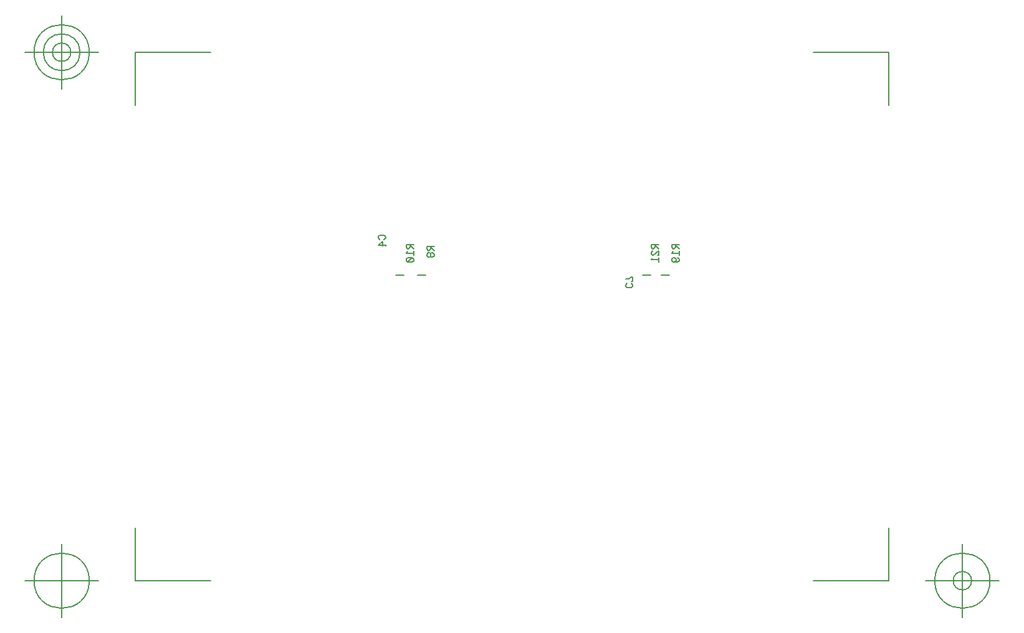
<source format=gbr>
G04 Generated by Ultiboard 13.0 *
%FSLAX25Y25*%
%MOIN*%

%ADD10C,0.00001*%
%ADD11C,0.00612*%
%ADD12C,0.00787*%
%ADD13C,0.00500*%


G04 ColorRGB FF14FF for the following layer *
%LNSilkscreen Bottom*%
%LPD*%
G54D10*
G54D11*
X147331Y178608D02*
X143394Y178608D01*
X143394Y177040D01*
X144181Y176256D01*
X144575Y176256D01*
X145362Y177040D01*
X145362Y178608D01*
X145362Y178216D02*
X147331Y176256D01*
X144181Y174689D02*
X143394Y173905D01*
X147331Y173905D01*
X147331Y175080D02*
X147331Y172729D01*
X144181Y171553D02*
X143394Y170769D01*
X143394Y169985D01*
X144181Y169201D01*
X146543Y169201D01*
X147331Y169985D01*
X147331Y170769D01*
X146543Y171553D01*
X144181Y171553D01*
X144181Y169201D02*
X146543Y171553D01*
X158331Y177608D02*
X154394Y177608D01*
X154394Y176040D01*
X155181Y175256D01*
X155575Y175256D01*
X156362Y176040D01*
X156362Y177608D01*
X156362Y177216D02*
X158331Y175256D01*
X158331Y172513D02*
X158331Y173297D01*
X157543Y174080D01*
X156756Y174080D01*
X156362Y173689D01*
X155969Y174080D01*
X155181Y174080D01*
X154394Y173297D01*
X154394Y172513D01*
X155181Y171729D01*
X155969Y171729D01*
X156362Y172121D01*
X156756Y171729D01*
X157543Y171729D01*
X158331Y172513D01*
X156362Y173689D02*
X156362Y172121D01*
X261457Y157744D02*
X260669Y156960D01*
X260669Y156176D01*
X261457Y155392D01*
X263819Y155392D01*
X264606Y156176D01*
X264606Y156960D01*
X263819Y157744D01*
X260669Y160095D02*
X262638Y160095D01*
X263819Y161271D01*
X264606Y161271D01*
X264606Y158920D01*
X263819Y158920D01*
X131543Y181256D02*
X132331Y182040D01*
X132331Y182824D01*
X131543Y183608D01*
X129181Y183608D01*
X128394Y182824D01*
X128394Y182040D01*
X129181Y181256D01*
X130756Y177729D02*
X130756Y180080D01*
X128394Y178121D01*
X132331Y178121D01*
X132331Y178513D02*
X132331Y177729D01*
X278331Y178608D02*
X274394Y178608D01*
X274394Y177040D01*
X275181Y176256D01*
X275575Y176256D01*
X276362Y177040D01*
X276362Y178608D01*
X276362Y178216D02*
X278331Y176256D01*
X275181Y175080D02*
X274394Y174297D01*
X274394Y173513D01*
X275181Y172729D01*
X275575Y172729D01*
X278331Y175080D01*
X278331Y172729D01*
X277937Y172729D01*
X275181Y171161D02*
X274394Y170377D01*
X278331Y170377D01*
X278331Y171553D02*
X278331Y169201D01*
X289331Y178608D02*
X285394Y178608D01*
X285394Y177040D01*
X286181Y176256D01*
X286575Y176256D01*
X287362Y177040D01*
X287362Y178608D01*
X287362Y178216D02*
X289331Y176256D01*
X286181Y174689D02*
X285394Y173905D01*
X289331Y173905D01*
X289331Y175080D02*
X289331Y172729D01*
X288543Y171553D02*
X289331Y170769D01*
X289331Y169985D01*
X288543Y169201D01*
X286969Y169201D01*
X286181Y169201D01*
X285394Y169985D01*
X285394Y170769D01*
X286181Y171553D01*
X286969Y171553D01*
X287756Y170769D01*
X287756Y169985D01*
X286969Y169201D01*
G54D12*
X137835Y162000D02*
X142165Y162000D01*
X137835Y162000D02*
X142165Y162000D01*
X153665Y162000D02*
X149335Y162000D01*
X153665Y162000D02*
X149335Y162000D01*
X269835Y162000D02*
X274165Y162000D01*
X269835Y162000D02*
X274165Y162000D01*
X284165Y162000D02*
X279835Y162000D01*
X284165Y162000D02*
X279835Y162000D01*
G54D13*
X-1500Y-1500D02*
X-1500Y26800D01*
X-1500Y-1500D02*
X38800Y-1500D01*
X401500Y-1500D02*
X361200Y-1500D01*
X401500Y-1500D02*
X401500Y26800D01*
X401500Y281500D02*
X401500Y253200D01*
X401500Y281500D02*
X361200Y281500D01*
X-1500Y281500D02*
X38800Y281500D01*
X-1500Y281500D02*
X-1500Y253200D01*
X-21185Y-1500D02*
X-60555Y-1500D01*
X-40870Y-21185D02*
X-40870Y18185D01*
X-55634Y-1500D02*
G75*
D01*
G02X-55634Y-1500I14764J0*
G01*
X421185Y-1500D02*
X460555Y-1500D01*
X440870Y-21185D02*
X440870Y18185D01*
X426106Y-1500D02*
G75*
D01*
G02X426106Y-1500I14764J0*
G01*
X435949Y-1500D02*
G75*
D01*
G02X435949Y-1500I4921J0*
G01*
X-21185Y281500D02*
X-60555Y281500D01*
X-40870Y261815D02*
X-40870Y301185D01*
X-55634Y281500D02*
G75*
D01*
G02X-55634Y281500I14764J0*
G01*
X-50713Y281500D02*
G75*
D01*
G02X-50713Y281500I9843J0*
G01*
X-45791Y281500D02*
G75*
D01*
G02X-45791Y281500I4921J0*
G01*

M02*

</source>
